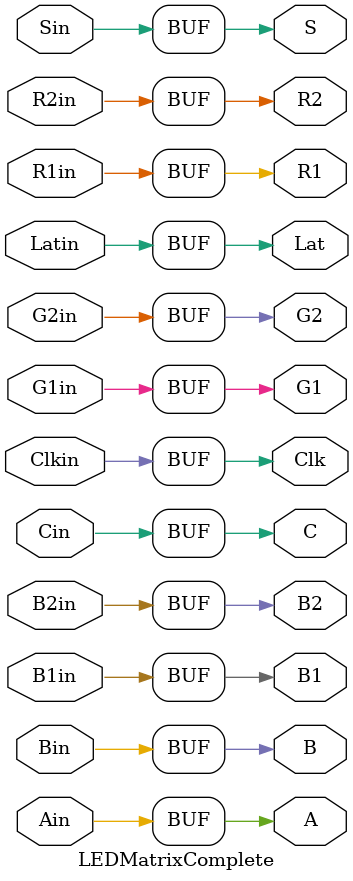
<source format=v>
`timescale 1ns / 1ps
module LEDMatrixComplete(R1in,R2in,B1in,B2in,G1in,G2in,Latin,Clkin,Ain,Bin,Cin,R1,R2,B1,B2,G1,G2,Lat,Clk,A,B,C , Sin,S);
	 (*LOC = "A8" *) input Latin;
	 (*LOC = "C9" *) input Clkin;
	 (*LOC = "C4" *) input Ain;
	 (*LOC = "D9" *) input Cin;
	 (*LOC = "B8" *) input Bin;
	 
	 
	 
	 
	 (*LOC = "T10" *) input R1in;
	 (*LOC = "T9" *) input R2in;
	 (*LOC = "N8" *) input G1in;
	 (*LOC = "U8" *) input G2in;
	 (*LOC = "V9" *) input B1in;
	 (*LOC = "M8" *) input B2in;
	 
	 (*LOC = "V10" *) input Sin;
	 (*LOC = "K6" *) output S;
	 
	 (*LOC = "P11" *) output B2;
	 (*LOC = "N10" *) output B1;
	 
	 (*LOC = "T12" *) output R1;
	 (*LOC = "V12" *) output R2;
	 
	 (*LOC = "K2" *) output G1;
	 (*LOC = "K1" *) output G2;
	 
	 (*LOC = "H3" *) output Lat;
	 (*LOC = "L7" *) output Clk;
	 
	 (*LOC = "G11" *) output A;
	 (*LOC = "F10" *) output B;
	 (*LOC = "F11" *) output C;
	  
	  
	  
 	  assign A = Ain;
	  assign B = Bin;
	  assign C = Cin;
	  
	  
     assign Lat =Latin;
	  assign Clk = Clkin;
	  
	  assign R1 = R1in;
	  assign R2 = R2in;
	  assign B2 = B2in;
	  assign B1 = B1in;
	  assign G1 = G1in;
	  assign G2 = G2in;	

	 assign S = Sin;

endmodule

</source>
